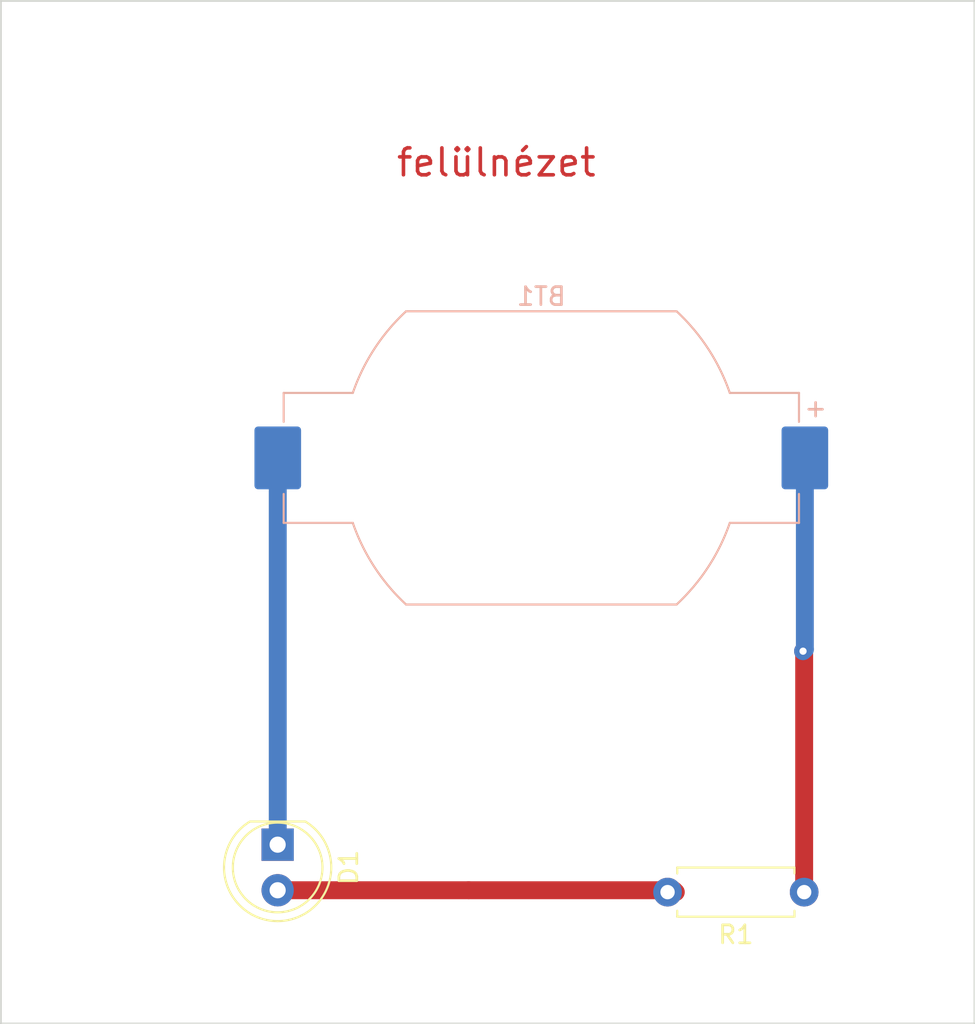
<source format=kicad_pcb>
(kicad_pcb (version 20221018) (generator pcbnew)
  (layers (0 "F.Cu" signal) (31 "B.Cu" signal) (34 "B.Paste" user) (35 "F.Paste" user) (36 "B.SilkS" user "B.Silkscreen") (37 "F.SilkS" user "F.Silkscreen") (38 "B.Mask" user) (39 "F.Mask" user) (44 "Edge.Cuts" user))
  (net 0 "")
  (net 1 "VCC")
  (net 2 "GND")
  (net 3 "Net-(D1-A)")
  (footprint "LED_THT:LED_D5.0mm" (layer "F.Cu") (at 121.914148 107.447551 -90)
    (fp_text reference "D1" (at 1.27 -3.96 90) (layer "F.SilkS"))
    (fp_text value "LED")
    (fp_line (start -1.29 -1.545) (end -1.29 1.545) (stroke (width 0.12)) (layer "F.SilkS"))
    (fp_arc (start -1.29 -1.54483) (mid 2.072002 -2.880433) (end 4.26 0.000462) (stroke (width 0.12)) (layer "F.SilkS"))
    (fp_arc (start 4.26 -0.000462) (mid 2.072002 2.880433) (end -1.29 1.54483) (stroke (width 0.12)) (layer "F.SilkS"))
    (fp_circle (center 1.27 0) (end 3.77 0) (stroke (width 0.12)) (fill none) (layer "F.SilkS"))
    (pad "1" thru_hole rect (at 0 0 270) (size 1.8 1.8) (drill 0.9) (layers "*.Cu" "*.Mask") (net 2 "GND"))
    (pad "2" thru_hole circle (at 2.54 0 270) (size 1.8 1.8) (drill 0.9) (layers "*.Cu" "*.Mask") (net 3 "Net-(D1-A)"))
  )
  (footprint "Resistor_THT:R_Axial_DIN0207_L6.3mm_D2.5mm_P7.62mm_Horizontal" (layer "F.Cu") (at 151.281433 110.091471 180)
    (fp_text reference "R1" (at 3.81 -2.37) (layer "F.SilkS"))
    (fp_text value "R")
    (fp_line (start 0.54 -1.37) (end 7.08 -1.37) (stroke (width 0.12)) (layer "F.SilkS"))
    (fp_line (start 0.54 -1.04) (end 0.54 -1.37) (stroke (width 0.12)) (layer "F.SilkS"))
    (fp_line (start 0.54 1.04) (end 0.54 1.37) (stroke (width 0.12)) (layer "F.SilkS"))
    (fp_line (start 0.54 1.37) (end 7.08 1.37) (stroke (width 0.12)) (layer "F.SilkS"))
    (fp_line (start 7.08 -1.37) (end 7.08 -1.04) (stroke (width 0.12)) (layer "F.SilkS"))
    (fp_line (start 7.08 1.37) (end 7.08 1.04) (stroke (width 0.12)) (layer "F.SilkS"))
    (pad "1" thru_hole circle (at 0 0 180) (size 1.6 1.6) (drill 0.8) (layers "*.Cu" "*.Mask") (net 1 "VCC"))
    (pad "2" thru_hole oval (at 7.62 0 180) (size 1.6 1.6) (drill 0.8) (layers "*.Cu" "*.Mask") (net 3 "Net-(D1-A)"))
  )
  (footprint "Battery:BatteryHolder_Renata_SMTU2032-LF_1x2032" (layer "B.Cu") (at 136.62 85.894103 180)
    (fp_text reference "BT1" (at 0 9) (layer "B.SilkS") (effects (justify mirror)))
    (fp_text value "Battery_Cell")
    (fp_text user "+" (at -15.3 2.785) (layer "B.SilkS") (effects (justify mirror)))
    (fp_line (start -14.37 -3.62) (end -14.37 -2.01) (stroke (width 0.12)) (layer "B.SilkS"))
    (fp_line (start -14.37 2.01) (end -14.37 3.62) (stroke (width 0.12)) (layer "B.SilkS"))
    (fp_line (start -14.37 3.62) (end -10.5143 3.62) (stroke (width 0.12)) (layer "B.SilkS"))
    (fp_line (start -10.5143 -3.62) (end -14.37 -3.62) (stroke (width 0.12)) (layer "B.SilkS"))
    (fp_line (start -7.5436 8.17) (end 7.5436 8.17) (stroke (width 0.12)) (layer "B.SilkS"))
    (fp_line (start 7.5436 -8.17) (end -7.5436 -8.17) (stroke (width 0.12)) (layer "B.SilkS"))
    (fp_line (start 10.5143 3.62) (end 14.37 3.62) (stroke (width 0.12)) (layer "B.SilkS"))
    (fp_line (start 14.37 -3.62) (end 10.5143 -3.62) (stroke (width 0.12)) (layer "B.SilkS"))
    (fp_line (start 14.37 -2.01) (end 14.37 -3.62) (stroke (width 0.12)) (layer "B.SilkS"))
    (fp_line (start 14.37 3.62) (end 14.37 2.01) (stroke (width 0.12)) (layer "B.SilkS"))
    (fp_arc (start -10.5143 -3.62) (mid -9.309292 -6.078035) (end -7.5436 -8.17) (stroke (width 0.12)) (layer "B.SilkS"))
    (fp_arc (start -7.5436 8.17) (mid -9.309294 6.078037) (end -10.5143 3.62) (stroke (width 0.12)) (layer "B.SilkS"))
    (fp_arc (start 7.5436 -8.17) (mid 9.309293 -6.078036) (end 10.5143 -3.62) (stroke (width 0.12)) (layer "B.SilkS"))
    (fp_arc (start 10.5143 3.62) (mid 9.309293 6.078036) (end 7.5436 8.17) (stroke (width 0.12)) (layer "B.SilkS"))
    (pad "1" smd roundrect (at -14.7 0 180) (size 2.6 3.5) (layers "B.Cu" "B.Paste" "B.Mask") (roundrect_rratio 0.07692307692) (net 1 "VCC"))
    (pad "2" smd roundrect (at 14.7 0 180) (size 2.6 3.5) (layers "B.Cu" "B.Paste" "B.Mask") (roundrect_rratio 0.07692307692) (net 2 "GND"))
  )
  (gr_rect (start 106.477939 60.427109) (end 160.779229 117.412957) (stroke (width 0.1)) (fill none) (layer "Edge.Cuts"))
  (gr_text "felülnézet" (at 128.442506 70.311164) (layer "F.Cu") (effects (font (size 1.5 1.5) (thickness 0.2)) (justify left bottom)))
  (segment (start 151.218631 96.664428) (end 151.281433 96.72723) (width 1) (layer "F.Cu") (net 1))
  (segment (start 151.281433 96.72723) (end 151.281433 110.091471) (width 1) (layer "F.Cu") (net 1))
  (via (at 151.218631 96.664428) (size 0.8) (drill 0.4) (layers "F.Cu" "B.Cu") (net 1))
  (segment (start 151.270951 85.943152) (end 151.32 85.894103) (width 1) (layer "B.Cu") (net 1))
  (segment (start 151.32 85.894103) (end 151.32 96.563059) (width 1) (layer "B.Cu") (net 1))
  (segment (start 151.32 96.563059) (end 151.218631 96.664428) (width 1) (layer "B.Cu") (net 1))
  (segment (start 121.92 85.894103) (end 121.92 107.441699) (width 1) (layer "B.Cu") (net 2))
  (segment (start 121.92 107.441699) (end 121.914148 107.447551) (width 1) (layer "B.Cu") (net 2))
  (segment (start 143.557513 109.987551) (end 143.661433 110.091471) (width 1) (layer "F.Cu") (net 3))
  (segment (start 121.914148 109.987551) (end 132.569085 109.987551) (width 1) (layer "F.Cu") (net 3))
  (segment (start 132.569085 109.987551) (end 143.557513 109.987551) (width 1) (layer "F.Cu") (net 3))
  (segment (start 144.01641 109.987551) (end 144.12033 110.091471) (width 1) (layer "F.Cu") (net 3))
)
</source>
